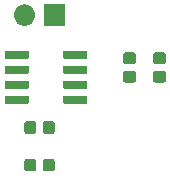
<source format=gbr>
G04 #@! TF.GenerationSoftware,KiCad,Pcbnew,(5.1.2)-2*
G04 #@! TF.CreationDate,2019-07-01T20:42:14+08:00*
G04 #@! TF.ProjectId,test,74657374-2e6b-4696-9361-645f70636258,a*
G04 #@! TF.SameCoordinates,Original*
G04 #@! TF.FileFunction,Soldermask,Top*
G04 #@! TF.FilePolarity,Negative*
%FSLAX46Y46*%
G04 Gerber Fmt 4.6, Leading zero omitted, Abs format (unit mm)*
G04 Created by KiCad (PCBNEW (5.1.2)-2) date 2019-07-01 20:42:14*
%MOMM*%
%LPD*%
G04 APERTURE LIST*
%ADD10C,0.100000*%
G04 APERTURE END LIST*
D10*
G36*
X149084591Y-113143085D02*
G01*
X149118569Y-113153393D01*
X149149890Y-113170134D01*
X149177339Y-113192661D01*
X149199866Y-113220110D01*
X149216607Y-113251431D01*
X149226915Y-113285409D01*
X149231000Y-113326890D01*
X149231000Y-114003110D01*
X149226915Y-114044591D01*
X149216607Y-114078569D01*
X149199866Y-114109890D01*
X149177339Y-114137339D01*
X149149890Y-114159866D01*
X149118569Y-114176607D01*
X149084591Y-114186915D01*
X149043110Y-114191000D01*
X148441890Y-114191000D01*
X148400409Y-114186915D01*
X148366431Y-114176607D01*
X148335110Y-114159866D01*
X148307661Y-114137339D01*
X148285134Y-114109890D01*
X148268393Y-114078569D01*
X148258085Y-114044591D01*
X148254000Y-114003110D01*
X148254000Y-113326890D01*
X148258085Y-113285409D01*
X148268393Y-113251431D01*
X148285134Y-113220110D01*
X148307661Y-113192661D01*
X148335110Y-113170134D01*
X148366431Y-113153393D01*
X148400409Y-113143085D01*
X148441890Y-113139000D01*
X149043110Y-113139000D01*
X149084591Y-113143085D01*
X149084591Y-113143085D01*
G37*
G36*
X147509591Y-113143085D02*
G01*
X147543569Y-113153393D01*
X147574890Y-113170134D01*
X147602339Y-113192661D01*
X147624866Y-113220110D01*
X147641607Y-113251431D01*
X147651915Y-113285409D01*
X147656000Y-113326890D01*
X147656000Y-114003110D01*
X147651915Y-114044591D01*
X147641607Y-114078569D01*
X147624866Y-114109890D01*
X147602339Y-114137339D01*
X147574890Y-114159866D01*
X147543569Y-114176607D01*
X147509591Y-114186915D01*
X147468110Y-114191000D01*
X146866890Y-114191000D01*
X146825409Y-114186915D01*
X146791431Y-114176607D01*
X146760110Y-114159866D01*
X146732661Y-114137339D01*
X146710134Y-114109890D01*
X146693393Y-114078569D01*
X146683085Y-114044591D01*
X146679000Y-114003110D01*
X146679000Y-113326890D01*
X146683085Y-113285409D01*
X146693393Y-113251431D01*
X146710134Y-113220110D01*
X146732661Y-113192661D01*
X146760110Y-113170134D01*
X146791431Y-113153393D01*
X146825409Y-113143085D01*
X146866890Y-113139000D01*
X147468110Y-113139000D01*
X147509591Y-113143085D01*
X147509591Y-113143085D01*
G37*
G36*
X147509591Y-109968085D02*
G01*
X147543569Y-109978393D01*
X147574890Y-109995134D01*
X147602339Y-110017661D01*
X147624866Y-110045110D01*
X147641607Y-110076431D01*
X147651915Y-110110409D01*
X147656000Y-110151890D01*
X147656000Y-110828110D01*
X147651915Y-110869591D01*
X147641607Y-110903569D01*
X147624866Y-110934890D01*
X147602339Y-110962339D01*
X147574890Y-110984866D01*
X147543569Y-111001607D01*
X147509591Y-111011915D01*
X147468110Y-111016000D01*
X146866890Y-111016000D01*
X146825409Y-111011915D01*
X146791431Y-111001607D01*
X146760110Y-110984866D01*
X146732661Y-110962339D01*
X146710134Y-110934890D01*
X146693393Y-110903569D01*
X146683085Y-110869591D01*
X146679000Y-110828110D01*
X146679000Y-110151890D01*
X146683085Y-110110409D01*
X146693393Y-110076431D01*
X146710134Y-110045110D01*
X146732661Y-110017661D01*
X146760110Y-109995134D01*
X146791431Y-109978393D01*
X146825409Y-109968085D01*
X146866890Y-109964000D01*
X147468110Y-109964000D01*
X147509591Y-109968085D01*
X147509591Y-109968085D01*
G37*
G36*
X149084591Y-109968085D02*
G01*
X149118569Y-109978393D01*
X149149890Y-109995134D01*
X149177339Y-110017661D01*
X149199866Y-110045110D01*
X149216607Y-110076431D01*
X149226915Y-110110409D01*
X149231000Y-110151890D01*
X149231000Y-110828110D01*
X149226915Y-110869591D01*
X149216607Y-110903569D01*
X149199866Y-110934890D01*
X149177339Y-110962339D01*
X149149890Y-110984866D01*
X149118569Y-111001607D01*
X149084591Y-111011915D01*
X149043110Y-111016000D01*
X148441890Y-111016000D01*
X148400409Y-111011915D01*
X148366431Y-111001607D01*
X148335110Y-110984866D01*
X148307661Y-110962339D01*
X148285134Y-110934890D01*
X148268393Y-110903569D01*
X148258085Y-110869591D01*
X148254000Y-110828110D01*
X148254000Y-110151890D01*
X148258085Y-110110409D01*
X148268393Y-110076431D01*
X148285134Y-110045110D01*
X148307661Y-110017661D01*
X148335110Y-109995134D01*
X148366431Y-109978393D01*
X148400409Y-109968085D01*
X148441890Y-109964000D01*
X149043110Y-109964000D01*
X149084591Y-109968085D01*
X149084591Y-109968085D01*
G37*
G36*
X151914929Y-107786765D02*
G01*
X151936010Y-107793161D01*
X151955446Y-107803549D01*
X151972477Y-107817525D01*
X151986453Y-107834556D01*
X151996841Y-107853992D01*
X152003237Y-107875073D01*
X152006001Y-107903141D01*
X152006001Y-108366861D01*
X152003237Y-108394929D01*
X151996841Y-108416010D01*
X151986453Y-108435446D01*
X151972477Y-108452477D01*
X151955446Y-108466453D01*
X151936010Y-108476841D01*
X151914929Y-108483237D01*
X151886861Y-108486001D01*
X150073141Y-108486001D01*
X150045073Y-108483237D01*
X150023992Y-108476841D01*
X150004556Y-108466453D01*
X149987525Y-108452477D01*
X149973549Y-108435446D01*
X149963161Y-108416010D01*
X149956765Y-108394929D01*
X149954001Y-108366861D01*
X149954001Y-107903141D01*
X149956765Y-107875073D01*
X149963161Y-107853992D01*
X149973549Y-107834556D01*
X149987525Y-107817525D01*
X150004556Y-107803549D01*
X150023992Y-107793161D01*
X150045073Y-107786765D01*
X150073141Y-107784001D01*
X151886861Y-107784001D01*
X151914929Y-107786765D01*
X151914929Y-107786765D01*
G37*
G36*
X146964929Y-107786765D02*
G01*
X146986010Y-107793161D01*
X147005446Y-107803549D01*
X147022477Y-107817525D01*
X147036453Y-107834556D01*
X147046841Y-107853992D01*
X147053237Y-107875073D01*
X147056001Y-107903141D01*
X147056001Y-108366861D01*
X147053237Y-108394929D01*
X147046841Y-108416010D01*
X147036453Y-108435446D01*
X147022477Y-108452477D01*
X147005446Y-108466453D01*
X146986010Y-108476841D01*
X146964929Y-108483237D01*
X146936861Y-108486001D01*
X145123141Y-108486001D01*
X145095073Y-108483237D01*
X145073992Y-108476841D01*
X145054556Y-108466453D01*
X145037525Y-108452477D01*
X145023549Y-108435446D01*
X145013161Y-108416010D01*
X145006765Y-108394929D01*
X145004001Y-108366861D01*
X145004001Y-107903141D01*
X145006765Y-107875073D01*
X145013161Y-107853992D01*
X145023549Y-107834556D01*
X145037525Y-107817525D01*
X145054556Y-107803549D01*
X145073992Y-107793161D01*
X145095073Y-107786765D01*
X145123141Y-107784001D01*
X146936861Y-107784001D01*
X146964929Y-107786765D01*
X146964929Y-107786765D01*
G37*
G36*
X151914929Y-106516765D02*
G01*
X151936010Y-106523161D01*
X151955446Y-106533549D01*
X151972477Y-106547525D01*
X151986453Y-106564556D01*
X151996841Y-106583992D01*
X152003237Y-106605073D01*
X152006001Y-106633141D01*
X152006001Y-107096861D01*
X152003237Y-107124929D01*
X151996841Y-107146010D01*
X151986453Y-107165446D01*
X151972477Y-107182477D01*
X151955446Y-107196453D01*
X151936010Y-107206841D01*
X151914929Y-107213237D01*
X151886861Y-107216001D01*
X150073141Y-107216001D01*
X150045073Y-107213237D01*
X150023992Y-107206841D01*
X150004556Y-107196453D01*
X149987525Y-107182477D01*
X149973549Y-107165446D01*
X149963161Y-107146010D01*
X149956765Y-107124929D01*
X149954001Y-107096861D01*
X149954001Y-106633141D01*
X149956765Y-106605073D01*
X149963161Y-106583992D01*
X149973549Y-106564556D01*
X149987525Y-106547525D01*
X150004556Y-106533549D01*
X150023992Y-106523161D01*
X150045073Y-106516765D01*
X150073141Y-106514001D01*
X151886861Y-106514001D01*
X151914929Y-106516765D01*
X151914929Y-106516765D01*
G37*
G36*
X146964929Y-106516765D02*
G01*
X146986010Y-106523161D01*
X147005446Y-106533549D01*
X147022477Y-106547525D01*
X147036453Y-106564556D01*
X147046841Y-106583992D01*
X147053237Y-106605073D01*
X147056001Y-106633141D01*
X147056001Y-107096861D01*
X147053237Y-107124929D01*
X147046841Y-107146010D01*
X147036453Y-107165446D01*
X147022477Y-107182477D01*
X147005446Y-107196453D01*
X146986010Y-107206841D01*
X146964929Y-107213237D01*
X146936861Y-107216001D01*
X145123141Y-107216001D01*
X145095073Y-107213237D01*
X145073992Y-107206841D01*
X145054556Y-107196453D01*
X145037525Y-107182477D01*
X145023549Y-107165446D01*
X145013161Y-107146010D01*
X145006765Y-107124929D01*
X145004001Y-107096861D01*
X145004001Y-106633141D01*
X145006765Y-106605073D01*
X145013161Y-106583992D01*
X145023549Y-106564556D01*
X145037525Y-106547525D01*
X145054556Y-106533549D01*
X145073992Y-106523161D01*
X145095073Y-106516765D01*
X145123141Y-106514001D01*
X146936861Y-106514001D01*
X146964929Y-106516765D01*
X146964929Y-106516765D01*
G37*
G36*
X155954591Y-105713085D02*
G01*
X155988569Y-105723393D01*
X156019890Y-105740134D01*
X156047339Y-105762661D01*
X156069866Y-105790110D01*
X156086607Y-105821431D01*
X156096915Y-105855409D01*
X156101000Y-105896890D01*
X156101000Y-106498110D01*
X156096915Y-106539591D01*
X156086607Y-106573569D01*
X156069866Y-106604890D01*
X156047339Y-106632339D01*
X156019890Y-106654866D01*
X155988569Y-106671607D01*
X155954591Y-106681915D01*
X155913110Y-106686000D01*
X155236890Y-106686000D01*
X155195409Y-106681915D01*
X155161431Y-106671607D01*
X155130110Y-106654866D01*
X155102661Y-106632339D01*
X155080134Y-106604890D01*
X155063393Y-106573569D01*
X155053085Y-106539591D01*
X155049000Y-106498110D01*
X155049000Y-105896890D01*
X155053085Y-105855409D01*
X155063393Y-105821431D01*
X155080134Y-105790110D01*
X155102661Y-105762661D01*
X155130110Y-105740134D01*
X155161431Y-105723393D01*
X155195409Y-105713085D01*
X155236890Y-105709000D01*
X155913110Y-105709000D01*
X155954591Y-105713085D01*
X155954591Y-105713085D01*
G37*
G36*
X158494591Y-105713085D02*
G01*
X158528569Y-105723393D01*
X158559890Y-105740134D01*
X158587339Y-105762661D01*
X158609866Y-105790110D01*
X158626607Y-105821431D01*
X158636915Y-105855409D01*
X158641000Y-105896890D01*
X158641000Y-106498110D01*
X158636915Y-106539591D01*
X158626607Y-106573569D01*
X158609866Y-106604890D01*
X158587339Y-106632339D01*
X158559890Y-106654866D01*
X158528569Y-106671607D01*
X158494591Y-106681915D01*
X158453110Y-106686000D01*
X157776890Y-106686000D01*
X157735409Y-106681915D01*
X157701431Y-106671607D01*
X157670110Y-106654866D01*
X157642661Y-106632339D01*
X157620134Y-106604890D01*
X157603393Y-106573569D01*
X157593085Y-106539591D01*
X157589000Y-106498110D01*
X157589000Y-105896890D01*
X157593085Y-105855409D01*
X157603393Y-105821431D01*
X157620134Y-105790110D01*
X157642661Y-105762661D01*
X157670110Y-105740134D01*
X157701431Y-105723393D01*
X157735409Y-105713085D01*
X157776890Y-105709000D01*
X158453110Y-105709000D01*
X158494591Y-105713085D01*
X158494591Y-105713085D01*
G37*
G36*
X151914929Y-105246765D02*
G01*
X151936010Y-105253161D01*
X151955446Y-105263549D01*
X151972477Y-105277525D01*
X151986453Y-105294556D01*
X151996841Y-105313992D01*
X152003237Y-105335073D01*
X152006001Y-105363141D01*
X152006001Y-105826861D01*
X152003237Y-105854929D01*
X151996841Y-105876010D01*
X151986453Y-105895446D01*
X151972477Y-105912477D01*
X151955446Y-105926453D01*
X151936010Y-105936841D01*
X151914929Y-105943237D01*
X151886861Y-105946001D01*
X150073141Y-105946001D01*
X150045073Y-105943237D01*
X150023992Y-105936841D01*
X150004556Y-105926453D01*
X149987525Y-105912477D01*
X149973549Y-105895446D01*
X149963161Y-105876010D01*
X149956765Y-105854929D01*
X149954001Y-105826861D01*
X149954001Y-105363141D01*
X149956765Y-105335073D01*
X149963161Y-105313992D01*
X149973549Y-105294556D01*
X149987525Y-105277525D01*
X150004556Y-105263549D01*
X150023992Y-105253161D01*
X150045073Y-105246765D01*
X150073141Y-105244001D01*
X151886861Y-105244001D01*
X151914929Y-105246765D01*
X151914929Y-105246765D01*
G37*
G36*
X146964929Y-105246765D02*
G01*
X146986010Y-105253161D01*
X147005446Y-105263549D01*
X147022477Y-105277525D01*
X147036453Y-105294556D01*
X147046841Y-105313992D01*
X147053237Y-105335073D01*
X147056001Y-105363141D01*
X147056001Y-105826861D01*
X147053237Y-105854929D01*
X147046841Y-105876010D01*
X147036453Y-105895446D01*
X147022477Y-105912477D01*
X147005446Y-105926453D01*
X146986010Y-105936841D01*
X146964929Y-105943237D01*
X146936861Y-105946001D01*
X145123141Y-105946001D01*
X145095073Y-105943237D01*
X145073992Y-105936841D01*
X145054556Y-105926453D01*
X145037525Y-105912477D01*
X145023549Y-105895446D01*
X145013161Y-105876010D01*
X145006765Y-105854929D01*
X145004001Y-105826861D01*
X145004001Y-105363141D01*
X145006765Y-105335073D01*
X145013161Y-105313992D01*
X145023549Y-105294556D01*
X145037525Y-105277525D01*
X145054556Y-105263549D01*
X145073992Y-105253161D01*
X145095073Y-105246765D01*
X145123141Y-105244001D01*
X146936861Y-105244001D01*
X146964929Y-105246765D01*
X146964929Y-105246765D01*
G37*
G36*
X155954591Y-104138085D02*
G01*
X155988569Y-104148393D01*
X156019890Y-104165134D01*
X156047339Y-104187661D01*
X156069866Y-104215110D01*
X156086607Y-104246431D01*
X156096915Y-104280409D01*
X156101000Y-104321890D01*
X156101000Y-104923110D01*
X156096915Y-104964591D01*
X156086607Y-104998569D01*
X156069866Y-105029890D01*
X156047339Y-105057339D01*
X156019890Y-105079866D01*
X155988569Y-105096607D01*
X155954591Y-105106915D01*
X155913110Y-105111000D01*
X155236890Y-105111000D01*
X155195409Y-105106915D01*
X155161431Y-105096607D01*
X155130110Y-105079866D01*
X155102661Y-105057339D01*
X155080134Y-105029890D01*
X155063393Y-104998569D01*
X155053085Y-104964591D01*
X155049000Y-104923110D01*
X155049000Y-104321890D01*
X155053085Y-104280409D01*
X155063393Y-104246431D01*
X155080134Y-104215110D01*
X155102661Y-104187661D01*
X155130110Y-104165134D01*
X155161431Y-104148393D01*
X155195409Y-104138085D01*
X155236890Y-104134000D01*
X155913110Y-104134000D01*
X155954591Y-104138085D01*
X155954591Y-104138085D01*
G37*
G36*
X158494591Y-104138085D02*
G01*
X158528569Y-104148393D01*
X158559890Y-104165134D01*
X158587339Y-104187661D01*
X158609866Y-104215110D01*
X158626607Y-104246431D01*
X158636915Y-104280409D01*
X158641000Y-104321890D01*
X158641000Y-104923110D01*
X158636915Y-104964591D01*
X158626607Y-104998569D01*
X158609866Y-105029890D01*
X158587339Y-105057339D01*
X158559890Y-105079866D01*
X158528569Y-105096607D01*
X158494591Y-105106915D01*
X158453110Y-105111000D01*
X157776890Y-105111000D01*
X157735409Y-105106915D01*
X157701431Y-105096607D01*
X157670110Y-105079866D01*
X157642661Y-105057339D01*
X157620134Y-105029890D01*
X157603393Y-104998569D01*
X157593085Y-104964591D01*
X157589000Y-104923110D01*
X157589000Y-104321890D01*
X157593085Y-104280409D01*
X157603393Y-104246431D01*
X157620134Y-104215110D01*
X157642661Y-104187661D01*
X157670110Y-104165134D01*
X157701431Y-104148393D01*
X157735409Y-104138085D01*
X157776890Y-104134000D01*
X158453110Y-104134000D01*
X158494591Y-104138085D01*
X158494591Y-104138085D01*
G37*
G36*
X146964929Y-103976765D02*
G01*
X146986010Y-103983161D01*
X147005446Y-103993549D01*
X147022477Y-104007525D01*
X147036453Y-104024556D01*
X147046841Y-104043992D01*
X147053237Y-104065073D01*
X147056001Y-104093141D01*
X147056001Y-104556861D01*
X147053237Y-104584929D01*
X147046841Y-104606010D01*
X147036453Y-104625446D01*
X147022477Y-104642477D01*
X147005446Y-104656453D01*
X146986010Y-104666841D01*
X146964929Y-104673237D01*
X146936861Y-104676001D01*
X145123141Y-104676001D01*
X145095073Y-104673237D01*
X145073992Y-104666841D01*
X145054556Y-104656453D01*
X145037525Y-104642477D01*
X145023549Y-104625446D01*
X145013161Y-104606010D01*
X145006765Y-104584929D01*
X145004001Y-104556861D01*
X145004001Y-104093141D01*
X145006765Y-104065073D01*
X145013161Y-104043992D01*
X145023549Y-104024556D01*
X145037525Y-104007525D01*
X145054556Y-103993549D01*
X145073992Y-103983161D01*
X145095073Y-103976765D01*
X145123141Y-103974001D01*
X146936861Y-103974001D01*
X146964929Y-103976765D01*
X146964929Y-103976765D01*
G37*
G36*
X151914929Y-103976765D02*
G01*
X151936010Y-103983161D01*
X151955446Y-103993549D01*
X151972477Y-104007525D01*
X151986453Y-104024556D01*
X151996841Y-104043992D01*
X152003237Y-104065073D01*
X152006001Y-104093141D01*
X152006001Y-104556861D01*
X152003237Y-104584929D01*
X151996841Y-104606010D01*
X151986453Y-104625446D01*
X151972477Y-104642477D01*
X151955446Y-104656453D01*
X151936010Y-104666841D01*
X151914929Y-104673237D01*
X151886861Y-104676001D01*
X150073141Y-104676001D01*
X150045073Y-104673237D01*
X150023992Y-104666841D01*
X150004556Y-104656453D01*
X149987525Y-104642477D01*
X149973549Y-104625446D01*
X149963161Y-104606010D01*
X149956765Y-104584929D01*
X149954001Y-104556861D01*
X149954001Y-104093141D01*
X149956765Y-104065073D01*
X149963161Y-104043992D01*
X149973549Y-104024556D01*
X149987525Y-104007525D01*
X150004556Y-103993549D01*
X150023992Y-103983161D01*
X150045073Y-103976765D01*
X150073141Y-103974001D01*
X151886861Y-103974001D01*
X151914929Y-103976765D01*
X151914929Y-103976765D01*
G37*
G36*
X150126000Y-101866000D02*
G01*
X148324000Y-101866000D01*
X148324000Y-100064000D01*
X150126000Y-100064000D01*
X150126000Y-101866000D01*
X150126000Y-101866000D01*
G37*
G36*
X146795442Y-100070518D02*
G01*
X146861627Y-100077037D01*
X147031466Y-100128557D01*
X147187991Y-100212222D01*
X147223729Y-100241552D01*
X147325186Y-100324814D01*
X147408448Y-100426271D01*
X147437778Y-100462009D01*
X147521443Y-100618534D01*
X147572963Y-100788373D01*
X147590359Y-100965000D01*
X147572963Y-101141627D01*
X147521443Y-101311466D01*
X147437778Y-101467991D01*
X147408448Y-101503729D01*
X147325186Y-101605186D01*
X147223729Y-101688448D01*
X147187991Y-101717778D01*
X147031466Y-101801443D01*
X146861627Y-101852963D01*
X146795443Y-101859481D01*
X146729260Y-101866000D01*
X146640740Y-101866000D01*
X146574558Y-101859482D01*
X146508373Y-101852963D01*
X146338534Y-101801443D01*
X146182009Y-101717778D01*
X146146271Y-101688448D01*
X146044814Y-101605186D01*
X145961552Y-101503729D01*
X145932222Y-101467991D01*
X145848557Y-101311466D01*
X145797037Y-101141627D01*
X145779641Y-100965000D01*
X145797037Y-100788373D01*
X145848557Y-100618534D01*
X145932222Y-100462009D01*
X145961552Y-100426271D01*
X146044814Y-100324814D01*
X146146271Y-100241552D01*
X146182009Y-100212222D01*
X146338534Y-100128557D01*
X146508373Y-100077037D01*
X146574557Y-100070519D01*
X146640740Y-100064000D01*
X146729260Y-100064000D01*
X146795442Y-100070518D01*
X146795442Y-100070518D01*
G37*
M02*

</source>
